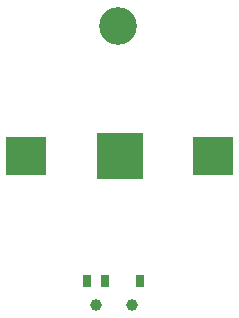
<source format=gbr>
G04 #@! TF.GenerationSoftware,KiCad,Pcbnew,(5.0.0)*
G04 #@! TF.CreationDate,2018-09-15T12:16:20+02:00*
G04 #@! TF.ProjectId,Blinky,426C696E6B792E6B696361645F706362,rev?*
G04 #@! TF.SameCoordinates,Original*
G04 #@! TF.FileFunction,Soldermask,Bot*
G04 #@! TF.FilePolarity,Negative*
%FSLAX46Y46*%
G04 Gerber Fmt 4.6, Leading zero omitted, Abs format (unit mm)*
G04 Created by KiCad (PCBNEW (5.0.0)) date 09/15/18 12:16:20*
%MOMM*%
%LPD*%
G01*
G04 APERTURE LIST*
%ADD10R,3.500000X3.300000*%
%ADD11R,4.000000X4.000000*%
%ADD12C,1.000000*%
%ADD13R,0.700000X1.000000*%
%ADD14C,3.200000*%
G04 APERTURE END LIST*
D10*
G04 #@! TO.C,BT1*
X61595000Y-89408000D03*
X77395000Y-89408000D03*
D11*
X69495000Y-89408000D03*
G04 #@! TD*
D12*
G04 #@! TO.C,SW1*
X67500000Y-102000000D03*
X70500000Y-102000000D03*
D13*
X66750000Y-100000000D03*
X68250000Y-100000000D03*
X71250000Y-100000000D03*
G04 #@! TD*
D14*
G04 #@! TO.C,REF\002A\002A*
X69375000Y-78450000D03*
G04 #@! TD*
M02*

</source>
